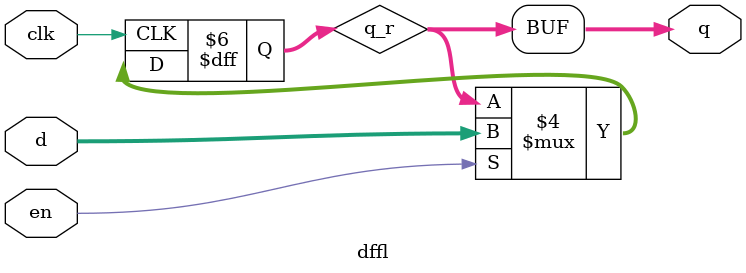
<source format=v>
(* DONT_TOUCH = "yes" *)
module dffl #(
    parameter DATA_WIDTH = 16
)(
    input wire clk,
    input wire en,
    input wire [DATA_WIDTH-1 : 0] d,

    output wire [DATA_WIDTH-1 : 0] q
);

reg [DATA_WIDTH-1 : 0] q_r;
assign q = q_r;

always @(posedge clk) begin
    if (en == 1'b1) begin
        q_r <= d;
    end
    else begin
        q_r <= q;
    end
end

endmodule 
</source>
